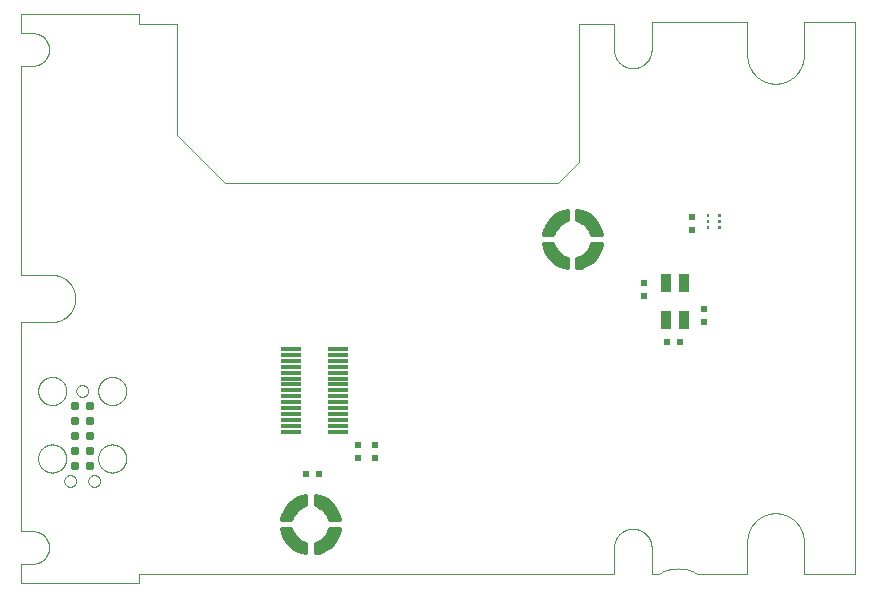
<source format=gtp>
G75*
%MOIN*%
%OFA0B0*%
%FSLAX25Y25*%
%IPPOS*%
%LPD*%
%AMOC8*
5,1,8,0,0,1.08239X$1,22.5*
%
%ADD10C,0.00100*%
%ADD11R,0.07087X0.01260*%
%ADD12C,0.01000*%
%ADD13R,0.03543X0.05906*%
%ADD14R,0.01969X0.02362*%
%ADD15R,0.02362X0.01969*%
%ADD16C,0.00394*%
%ADD17C,0.03100*%
%ADD18C,0.00000*%
D10*
X0007311Y0010025D02*
X0046681Y0010025D01*
X0046681Y0012741D01*
X0204998Y0012741D01*
X0204998Y0021741D01*
X0205000Y0021898D01*
X0205006Y0022055D01*
X0205016Y0022212D01*
X0205030Y0022368D01*
X0205047Y0022524D01*
X0205069Y0022680D01*
X0205094Y0022835D01*
X0205124Y0022989D01*
X0205157Y0023143D01*
X0205194Y0023295D01*
X0205235Y0023447D01*
X0205280Y0023598D01*
X0205329Y0023747D01*
X0205381Y0023895D01*
X0205437Y0024042D01*
X0205497Y0024187D01*
X0205560Y0024331D01*
X0205627Y0024473D01*
X0205697Y0024613D01*
X0205771Y0024752D01*
X0205848Y0024889D01*
X0205929Y0025023D01*
X0206013Y0025156D01*
X0206101Y0025286D01*
X0206192Y0025415D01*
X0206286Y0025541D01*
X0206383Y0025664D01*
X0206483Y0025785D01*
X0206586Y0025904D01*
X0206692Y0026019D01*
X0206801Y0026133D01*
X0206913Y0026243D01*
X0207027Y0026350D01*
X0207144Y0026455D01*
X0207264Y0026557D01*
X0207386Y0026655D01*
X0207511Y0026751D01*
X0207638Y0026843D01*
X0207768Y0026932D01*
X0207899Y0027018D01*
X0208033Y0027101D01*
X0208168Y0027180D01*
X0208306Y0027255D01*
X0208446Y0027328D01*
X0208587Y0027396D01*
X0208730Y0027461D01*
X0208874Y0027523D01*
X0209020Y0027581D01*
X0209168Y0027635D01*
X0209317Y0027685D01*
X0209467Y0027732D01*
X0209618Y0027775D01*
X0209770Y0027814D01*
X0209923Y0027849D01*
X0210077Y0027880D01*
X0210232Y0027908D01*
X0210387Y0027931D01*
X0210543Y0027951D01*
X0210699Y0027967D01*
X0210856Y0027979D01*
X0211012Y0027987D01*
X0211169Y0027991D01*
X0211327Y0027991D01*
X0211484Y0027987D01*
X0211640Y0027979D01*
X0211797Y0027967D01*
X0211953Y0027951D01*
X0212109Y0027931D01*
X0212264Y0027908D01*
X0212419Y0027880D01*
X0212573Y0027849D01*
X0212726Y0027814D01*
X0212878Y0027775D01*
X0213029Y0027732D01*
X0213179Y0027685D01*
X0213328Y0027635D01*
X0213476Y0027581D01*
X0213622Y0027523D01*
X0213766Y0027461D01*
X0213909Y0027396D01*
X0214050Y0027328D01*
X0214190Y0027255D01*
X0214328Y0027180D01*
X0214463Y0027101D01*
X0214597Y0027018D01*
X0214728Y0026932D01*
X0214858Y0026843D01*
X0214985Y0026751D01*
X0215110Y0026655D01*
X0215232Y0026557D01*
X0215352Y0026455D01*
X0215469Y0026350D01*
X0215583Y0026243D01*
X0215695Y0026133D01*
X0215804Y0026019D01*
X0215910Y0025904D01*
X0216013Y0025785D01*
X0216113Y0025664D01*
X0216210Y0025541D01*
X0216304Y0025415D01*
X0216395Y0025286D01*
X0216483Y0025156D01*
X0216567Y0025023D01*
X0216648Y0024889D01*
X0216725Y0024752D01*
X0216799Y0024613D01*
X0216869Y0024473D01*
X0216936Y0024331D01*
X0216999Y0024187D01*
X0217059Y0024042D01*
X0217115Y0023895D01*
X0217167Y0023747D01*
X0217216Y0023598D01*
X0217261Y0023447D01*
X0217302Y0023295D01*
X0217339Y0023143D01*
X0217372Y0022989D01*
X0217402Y0022835D01*
X0217427Y0022680D01*
X0217449Y0022524D01*
X0217466Y0022368D01*
X0217480Y0022212D01*
X0217490Y0022055D01*
X0217496Y0021898D01*
X0217498Y0021741D01*
X0217498Y0012741D01*
X0219528Y0012741D01*
X0233093Y0012741D02*
X0249411Y0012741D01*
X0249411Y0023741D01*
X0249414Y0023970D01*
X0249422Y0024199D01*
X0249436Y0024427D01*
X0249456Y0024655D01*
X0249481Y0024883D01*
X0249511Y0025110D01*
X0249547Y0025336D01*
X0249589Y0025561D01*
X0249636Y0025785D01*
X0249688Y0026008D01*
X0249746Y0026229D01*
X0249810Y0026449D01*
X0249878Y0026668D01*
X0249952Y0026884D01*
X0250031Y0027099D01*
X0250116Y0027312D01*
X0250205Y0027522D01*
X0250300Y0027731D01*
X0250399Y0027937D01*
X0250504Y0028141D01*
X0250614Y0028342D01*
X0250728Y0028540D01*
X0250847Y0028735D01*
X0250971Y0028928D01*
X0251100Y0029117D01*
X0251233Y0029303D01*
X0251371Y0029486D01*
X0251513Y0029666D01*
X0251659Y0029841D01*
X0251810Y0030014D01*
X0251965Y0030182D01*
X0252124Y0030347D01*
X0252287Y0030508D01*
X0252453Y0030665D01*
X0252624Y0030818D01*
X0252798Y0030966D01*
X0252976Y0031111D01*
X0253157Y0031250D01*
X0253342Y0031386D01*
X0253529Y0031517D01*
X0253720Y0031643D01*
X0253914Y0031765D01*
X0254111Y0031882D01*
X0254311Y0031994D01*
X0254513Y0032101D01*
X0254718Y0032203D01*
X0254925Y0032300D01*
X0255135Y0032392D01*
X0255346Y0032479D01*
X0255560Y0032561D01*
X0255776Y0032638D01*
X0255993Y0032709D01*
X0256213Y0032775D01*
X0256433Y0032835D01*
X0256656Y0032891D01*
X0256879Y0032940D01*
X0257104Y0032985D01*
X0257329Y0033023D01*
X0257556Y0033057D01*
X0257783Y0033085D01*
X0258011Y0033107D01*
X0258239Y0033124D01*
X0258468Y0033135D01*
X0258697Y0033140D01*
X0258925Y0033140D01*
X0259154Y0033135D01*
X0259383Y0033124D01*
X0259611Y0033107D01*
X0259839Y0033085D01*
X0260066Y0033057D01*
X0260293Y0033023D01*
X0260518Y0032985D01*
X0260743Y0032940D01*
X0260966Y0032891D01*
X0261189Y0032835D01*
X0261409Y0032775D01*
X0261629Y0032709D01*
X0261846Y0032638D01*
X0262062Y0032561D01*
X0262276Y0032479D01*
X0262487Y0032392D01*
X0262697Y0032300D01*
X0262904Y0032203D01*
X0263109Y0032101D01*
X0263311Y0031994D01*
X0263511Y0031882D01*
X0263708Y0031765D01*
X0263902Y0031643D01*
X0264093Y0031517D01*
X0264280Y0031386D01*
X0264465Y0031250D01*
X0264646Y0031111D01*
X0264824Y0030966D01*
X0264998Y0030818D01*
X0265169Y0030665D01*
X0265335Y0030508D01*
X0265498Y0030347D01*
X0265657Y0030182D01*
X0265812Y0030014D01*
X0265963Y0029841D01*
X0266109Y0029666D01*
X0266251Y0029486D01*
X0266389Y0029303D01*
X0266522Y0029117D01*
X0266651Y0028928D01*
X0266775Y0028735D01*
X0266894Y0028540D01*
X0267008Y0028342D01*
X0267118Y0028141D01*
X0267223Y0027937D01*
X0267322Y0027731D01*
X0267417Y0027522D01*
X0267506Y0027312D01*
X0267591Y0027099D01*
X0267670Y0026884D01*
X0267744Y0026668D01*
X0267812Y0026449D01*
X0267876Y0026229D01*
X0267934Y0026008D01*
X0267986Y0025785D01*
X0268033Y0025561D01*
X0268075Y0025336D01*
X0268111Y0025110D01*
X0268141Y0024883D01*
X0268166Y0024655D01*
X0268186Y0024427D01*
X0268200Y0024199D01*
X0268208Y0023970D01*
X0268211Y0023741D01*
X0268211Y0012741D01*
X0285311Y0012741D01*
X0285311Y0196741D01*
X0268211Y0196741D01*
X0268211Y0185741D01*
X0268208Y0185512D01*
X0268200Y0185283D01*
X0268186Y0185055D01*
X0268166Y0184827D01*
X0268141Y0184599D01*
X0268111Y0184372D01*
X0268075Y0184146D01*
X0268033Y0183921D01*
X0267986Y0183697D01*
X0267934Y0183474D01*
X0267876Y0183253D01*
X0267812Y0183033D01*
X0267744Y0182814D01*
X0267670Y0182598D01*
X0267591Y0182383D01*
X0267506Y0182170D01*
X0267417Y0181960D01*
X0267322Y0181751D01*
X0267223Y0181545D01*
X0267118Y0181341D01*
X0267008Y0181140D01*
X0266894Y0180942D01*
X0266775Y0180747D01*
X0266651Y0180554D01*
X0266522Y0180365D01*
X0266389Y0180179D01*
X0266251Y0179996D01*
X0266109Y0179816D01*
X0265963Y0179641D01*
X0265812Y0179468D01*
X0265657Y0179300D01*
X0265498Y0179135D01*
X0265335Y0178974D01*
X0265169Y0178817D01*
X0264998Y0178664D01*
X0264824Y0178516D01*
X0264646Y0178371D01*
X0264465Y0178232D01*
X0264280Y0178096D01*
X0264093Y0177965D01*
X0263902Y0177839D01*
X0263708Y0177717D01*
X0263511Y0177600D01*
X0263311Y0177488D01*
X0263109Y0177381D01*
X0262904Y0177279D01*
X0262697Y0177182D01*
X0262487Y0177090D01*
X0262276Y0177003D01*
X0262062Y0176921D01*
X0261846Y0176844D01*
X0261629Y0176773D01*
X0261409Y0176707D01*
X0261189Y0176647D01*
X0260966Y0176591D01*
X0260743Y0176542D01*
X0260518Y0176497D01*
X0260293Y0176459D01*
X0260066Y0176425D01*
X0259839Y0176397D01*
X0259611Y0176375D01*
X0259383Y0176358D01*
X0259154Y0176347D01*
X0258925Y0176342D01*
X0258697Y0176342D01*
X0258468Y0176347D01*
X0258239Y0176358D01*
X0258011Y0176375D01*
X0257783Y0176397D01*
X0257556Y0176425D01*
X0257329Y0176459D01*
X0257104Y0176497D01*
X0256879Y0176542D01*
X0256656Y0176591D01*
X0256433Y0176647D01*
X0256213Y0176707D01*
X0255993Y0176773D01*
X0255776Y0176844D01*
X0255560Y0176921D01*
X0255346Y0177003D01*
X0255135Y0177090D01*
X0254925Y0177182D01*
X0254718Y0177279D01*
X0254513Y0177381D01*
X0254311Y0177488D01*
X0254111Y0177600D01*
X0253914Y0177717D01*
X0253720Y0177839D01*
X0253529Y0177965D01*
X0253342Y0178096D01*
X0253157Y0178232D01*
X0252976Y0178371D01*
X0252798Y0178516D01*
X0252624Y0178664D01*
X0252453Y0178817D01*
X0252287Y0178974D01*
X0252124Y0179135D01*
X0251965Y0179300D01*
X0251810Y0179468D01*
X0251659Y0179641D01*
X0251513Y0179816D01*
X0251371Y0179996D01*
X0251233Y0180179D01*
X0251100Y0180365D01*
X0250971Y0180554D01*
X0250847Y0180747D01*
X0250728Y0180942D01*
X0250614Y0181140D01*
X0250504Y0181341D01*
X0250399Y0181545D01*
X0250300Y0181751D01*
X0250205Y0181960D01*
X0250116Y0182170D01*
X0250031Y0182383D01*
X0249952Y0182598D01*
X0249878Y0182814D01*
X0249810Y0183033D01*
X0249746Y0183253D01*
X0249688Y0183474D01*
X0249636Y0183697D01*
X0249589Y0183921D01*
X0249547Y0184146D01*
X0249511Y0184372D01*
X0249481Y0184599D01*
X0249456Y0184827D01*
X0249436Y0185055D01*
X0249422Y0185283D01*
X0249414Y0185512D01*
X0249411Y0185741D01*
X0249411Y0196741D01*
X0217498Y0196741D01*
X0217498Y0187741D01*
X0217496Y0187584D01*
X0217490Y0187427D01*
X0217480Y0187270D01*
X0217466Y0187114D01*
X0217449Y0186958D01*
X0217427Y0186802D01*
X0217402Y0186647D01*
X0217372Y0186493D01*
X0217339Y0186339D01*
X0217302Y0186187D01*
X0217261Y0186035D01*
X0217216Y0185884D01*
X0217167Y0185735D01*
X0217115Y0185587D01*
X0217059Y0185440D01*
X0216999Y0185295D01*
X0216936Y0185151D01*
X0216869Y0185009D01*
X0216799Y0184869D01*
X0216725Y0184730D01*
X0216648Y0184593D01*
X0216567Y0184459D01*
X0216483Y0184326D01*
X0216395Y0184196D01*
X0216304Y0184067D01*
X0216210Y0183941D01*
X0216113Y0183818D01*
X0216013Y0183697D01*
X0215910Y0183578D01*
X0215804Y0183463D01*
X0215695Y0183349D01*
X0215583Y0183239D01*
X0215469Y0183132D01*
X0215352Y0183027D01*
X0215232Y0182925D01*
X0215110Y0182827D01*
X0214985Y0182731D01*
X0214858Y0182639D01*
X0214728Y0182550D01*
X0214597Y0182464D01*
X0214463Y0182381D01*
X0214328Y0182302D01*
X0214190Y0182227D01*
X0214050Y0182154D01*
X0213909Y0182086D01*
X0213766Y0182021D01*
X0213622Y0181959D01*
X0213476Y0181901D01*
X0213328Y0181847D01*
X0213179Y0181797D01*
X0213029Y0181750D01*
X0212878Y0181707D01*
X0212726Y0181668D01*
X0212573Y0181633D01*
X0212419Y0181602D01*
X0212264Y0181574D01*
X0212109Y0181551D01*
X0211953Y0181531D01*
X0211797Y0181515D01*
X0211640Y0181503D01*
X0211484Y0181495D01*
X0211327Y0181491D01*
X0211169Y0181491D01*
X0211012Y0181495D01*
X0210856Y0181503D01*
X0210699Y0181515D01*
X0210543Y0181531D01*
X0210387Y0181551D01*
X0210232Y0181574D01*
X0210077Y0181602D01*
X0209923Y0181633D01*
X0209770Y0181668D01*
X0209618Y0181707D01*
X0209467Y0181750D01*
X0209317Y0181797D01*
X0209168Y0181847D01*
X0209020Y0181901D01*
X0208874Y0181959D01*
X0208730Y0182021D01*
X0208587Y0182086D01*
X0208446Y0182154D01*
X0208306Y0182227D01*
X0208168Y0182302D01*
X0208033Y0182381D01*
X0207899Y0182464D01*
X0207768Y0182550D01*
X0207638Y0182639D01*
X0207511Y0182731D01*
X0207386Y0182827D01*
X0207264Y0182925D01*
X0207144Y0183027D01*
X0207027Y0183132D01*
X0206913Y0183239D01*
X0206801Y0183349D01*
X0206692Y0183463D01*
X0206586Y0183578D01*
X0206483Y0183697D01*
X0206383Y0183818D01*
X0206286Y0183941D01*
X0206192Y0184067D01*
X0206101Y0184196D01*
X0206013Y0184326D01*
X0205929Y0184459D01*
X0205848Y0184593D01*
X0205771Y0184730D01*
X0205697Y0184869D01*
X0205627Y0185009D01*
X0205560Y0185151D01*
X0205497Y0185295D01*
X0205437Y0185440D01*
X0205381Y0185587D01*
X0205329Y0185735D01*
X0205280Y0185884D01*
X0205235Y0186035D01*
X0205194Y0186187D01*
X0205157Y0186339D01*
X0205124Y0186493D01*
X0205094Y0186647D01*
X0205069Y0186802D01*
X0205047Y0186958D01*
X0205030Y0187114D01*
X0205016Y0187270D01*
X0205006Y0187427D01*
X0205000Y0187584D01*
X0204998Y0187741D01*
X0204998Y0196300D01*
X0193300Y0196300D01*
X0193300Y0150300D01*
X0186300Y0143300D01*
X0075300Y0143300D01*
X0059300Y0159300D01*
X0059300Y0196300D01*
X0046681Y0196300D01*
X0046681Y0199458D01*
X0007311Y0199458D01*
X0007311Y0193155D01*
X0011248Y0193155D01*
X0011248Y0193154D02*
X0011393Y0193152D01*
X0011539Y0193146D01*
X0011684Y0193136D01*
X0011828Y0193123D01*
X0011973Y0193105D01*
X0012116Y0193084D01*
X0012259Y0193059D01*
X0012402Y0193030D01*
X0012543Y0192997D01*
X0012684Y0192960D01*
X0012824Y0192920D01*
X0012962Y0192875D01*
X0013099Y0192828D01*
X0013235Y0192776D01*
X0013370Y0192721D01*
X0013503Y0192662D01*
X0013634Y0192600D01*
X0013764Y0192534D01*
X0013891Y0192465D01*
X0014017Y0192392D01*
X0014141Y0192316D01*
X0014263Y0192237D01*
X0014382Y0192154D01*
X0014500Y0192068D01*
X0014615Y0191980D01*
X0014727Y0191888D01*
X0014837Y0191793D01*
X0014945Y0191695D01*
X0015050Y0191594D01*
X0015152Y0191491D01*
X0015251Y0191385D01*
X0015348Y0191276D01*
X0015441Y0191164D01*
X0015531Y0191051D01*
X0015619Y0190934D01*
X0015703Y0190816D01*
X0015784Y0190695D01*
X0015861Y0190572D01*
X0015936Y0190448D01*
X0016007Y0190321D01*
X0016074Y0190192D01*
X0016138Y0190062D01*
X0016199Y0189929D01*
X0016256Y0189796D01*
X0016309Y0189660D01*
X0016359Y0189524D01*
X0016405Y0189386D01*
X0016447Y0189247D01*
X0016486Y0189107D01*
X0016521Y0188966D01*
X0016552Y0188824D01*
X0016579Y0188681D01*
X0016602Y0188537D01*
X0016622Y0188393D01*
X0016637Y0188249D01*
X0016649Y0188104D01*
X0016657Y0187959D01*
X0016661Y0187814D01*
X0016661Y0187668D01*
X0016657Y0187523D01*
X0016649Y0187378D01*
X0016637Y0187233D01*
X0016622Y0187089D01*
X0016602Y0186945D01*
X0016579Y0186801D01*
X0016552Y0186658D01*
X0016521Y0186516D01*
X0016486Y0186375D01*
X0016447Y0186235D01*
X0016405Y0186096D01*
X0016359Y0185958D01*
X0016309Y0185822D01*
X0016256Y0185686D01*
X0016199Y0185553D01*
X0016138Y0185420D01*
X0016074Y0185290D01*
X0016007Y0185161D01*
X0015936Y0185035D01*
X0015861Y0184910D01*
X0015784Y0184787D01*
X0015703Y0184666D01*
X0015619Y0184548D01*
X0015531Y0184431D01*
X0015441Y0184318D01*
X0015348Y0184206D01*
X0015251Y0184097D01*
X0015152Y0183991D01*
X0015050Y0183888D01*
X0014945Y0183787D01*
X0014837Y0183689D01*
X0014727Y0183594D01*
X0014615Y0183502D01*
X0014500Y0183414D01*
X0014382Y0183328D01*
X0014263Y0183245D01*
X0014141Y0183166D01*
X0014017Y0183090D01*
X0013891Y0183017D01*
X0013764Y0182948D01*
X0013634Y0182882D01*
X0013503Y0182820D01*
X0013370Y0182761D01*
X0013235Y0182706D01*
X0013099Y0182654D01*
X0012962Y0182607D01*
X0012824Y0182562D01*
X0012684Y0182522D01*
X0012543Y0182485D01*
X0012402Y0182452D01*
X0012259Y0182423D01*
X0012116Y0182398D01*
X0011973Y0182377D01*
X0011828Y0182359D01*
X0011684Y0182346D01*
X0011539Y0182336D01*
X0011393Y0182330D01*
X0011248Y0182328D01*
X0007311Y0182328D01*
X0007311Y0112615D01*
X0017540Y0112615D01*
X0017732Y0112613D01*
X0017923Y0112606D01*
X0018115Y0112594D01*
X0018306Y0112578D01*
X0018496Y0112557D01*
X0018686Y0112531D01*
X0018876Y0112501D01*
X0019064Y0112466D01*
X0019252Y0112427D01*
X0019439Y0112383D01*
X0019624Y0112334D01*
X0019808Y0112281D01*
X0019991Y0112224D01*
X0020173Y0112162D01*
X0020353Y0112095D01*
X0020531Y0112025D01*
X0020708Y0111950D01*
X0020882Y0111870D01*
X0021055Y0111787D01*
X0021225Y0111699D01*
X0021394Y0111608D01*
X0021560Y0111512D01*
X0021723Y0111412D01*
X0021885Y0111308D01*
X0022043Y0111200D01*
X0022199Y0111089D01*
X0022352Y0110973D01*
X0022503Y0110854D01*
X0022650Y0110732D01*
X0022794Y0110605D01*
X0022936Y0110476D01*
X0023074Y0110343D01*
X0023209Y0110206D01*
X0023340Y0110066D01*
X0023468Y0109924D01*
X0023592Y0109778D01*
X0023713Y0109629D01*
X0023830Y0109477D01*
X0023944Y0109323D01*
X0024054Y0109165D01*
X0024159Y0109005D01*
X0024261Y0108843D01*
X0024359Y0108678D01*
X0024453Y0108511D01*
X0024543Y0108341D01*
X0024628Y0108170D01*
X0024710Y0107996D01*
X0024787Y0107821D01*
X0024860Y0107643D01*
X0024928Y0107464D01*
X0024992Y0107283D01*
X0025052Y0107101D01*
X0025107Y0106918D01*
X0025158Y0106733D01*
X0025204Y0106547D01*
X0025246Y0106359D01*
X0025283Y0106171D01*
X0025316Y0105982D01*
X0025343Y0105793D01*
X0025367Y0105602D01*
X0025385Y0105411D01*
X0025399Y0105220D01*
X0025409Y0105029D01*
X0025413Y0104837D01*
X0025413Y0104645D01*
X0025409Y0104453D01*
X0025399Y0104262D01*
X0025385Y0104071D01*
X0025367Y0103880D01*
X0025343Y0103689D01*
X0025316Y0103500D01*
X0025283Y0103311D01*
X0025246Y0103123D01*
X0025204Y0102935D01*
X0025158Y0102749D01*
X0025107Y0102564D01*
X0025052Y0102381D01*
X0024992Y0102199D01*
X0024928Y0102018D01*
X0024860Y0101839D01*
X0024787Y0101661D01*
X0024710Y0101486D01*
X0024628Y0101312D01*
X0024543Y0101141D01*
X0024453Y0100971D01*
X0024359Y0100804D01*
X0024261Y0100639D01*
X0024159Y0100477D01*
X0024054Y0100317D01*
X0023944Y0100159D01*
X0023830Y0100005D01*
X0023713Y0099853D01*
X0023592Y0099704D01*
X0023468Y0099558D01*
X0023340Y0099416D01*
X0023209Y0099276D01*
X0023074Y0099139D01*
X0022936Y0099006D01*
X0022794Y0098877D01*
X0022650Y0098750D01*
X0022503Y0098628D01*
X0022352Y0098509D01*
X0022199Y0098393D01*
X0022043Y0098282D01*
X0021885Y0098174D01*
X0021723Y0098070D01*
X0021560Y0097970D01*
X0021394Y0097874D01*
X0021225Y0097783D01*
X0021055Y0097695D01*
X0020882Y0097612D01*
X0020708Y0097532D01*
X0020531Y0097457D01*
X0020353Y0097387D01*
X0020173Y0097320D01*
X0019991Y0097258D01*
X0019808Y0097201D01*
X0019624Y0097148D01*
X0019439Y0097099D01*
X0019252Y0097055D01*
X0019064Y0097016D01*
X0018876Y0096981D01*
X0018686Y0096951D01*
X0018496Y0096925D01*
X0018306Y0096904D01*
X0018115Y0096888D01*
X0017923Y0096876D01*
X0017732Y0096869D01*
X0017540Y0096867D01*
X0007311Y0096867D01*
X0007311Y0027155D01*
X0011248Y0027155D01*
X0011248Y0027154D02*
X0011393Y0027152D01*
X0011539Y0027146D01*
X0011684Y0027136D01*
X0011828Y0027123D01*
X0011973Y0027105D01*
X0012116Y0027084D01*
X0012259Y0027059D01*
X0012402Y0027030D01*
X0012543Y0026997D01*
X0012684Y0026960D01*
X0012824Y0026920D01*
X0012962Y0026875D01*
X0013099Y0026828D01*
X0013235Y0026776D01*
X0013370Y0026721D01*
X0013503Y0026662D01*
X0013634Y0026600D01*
X0013764Y0026534D01*
X0013891Y0026465D01*
X0014017Y0026392D01*
X0014141Y0026316D01*
X0014263Y0026237D01*
X0014382Y0026154D01*
X0014500Y0026068D01*
X0014615Y0025980D01*
X0014727Y0025888D01*
X0014837Y0025793D01*
X0014945Y0025695D01*
X0015050Y0025594D01*
X0015152Y0025491D01*
X0015251Y0025385D01*
X0015348Y0025276D01*
X0015441Y0025164D01*
X0015531Y0025051D01*
X0015619Y0024934D01*
X0015703Y0024816D01*
X0015784Y0024695D01*
X0015861Y0024572D01*
X0015936Y0024448D01*
X0016007Y0024321D01*
X0016074Y0024192D01*
X0016138Y0024062D01*
X0016199Y0023929D01*
X0016256Y0023796D01*
X0016309Y0023660D01*
X0016359Y0023524D01*
X0016405Y0023386D01*
X0016447Y0023247D01*
X0016486Y0023107D01*
X0016521Y0022966D01*
X0016552Y0022824D01*
X0016579Y0022681D01*
X0016602Y0022537D01*
X0016622Y0022393D01*
X0016637Y0022249D01*
X0016649Y0022104D01*
X0016657Y0021959D01*
X0016661Y0021814D01*
X0016661Y0021668D01*
X0016657Y0021523D01*
X0016649Y0021378D01*
X0016637Y0021233D01*
X0016622Y0021089D01*
X0016602Y0020945D01*
X0016579Y0020801D01*
X0016552Y0020658D01*
X0016521Y0020516D01*
X0016486Y0020375D01*
X0016447Y0020235D01*
X0016405Y0020096D01*
X0016359Y0019958D01*
X0016309Y0019822D01*
X0016256Y0019686D01*
X0016199Y0019553D01*
X0016138Y0019420D01*
X0016074Y0019290D01*
X0016007Y0019161D01*
X0015936Y0019035D01*
X0015861Y0018910D01*
X0015784Y0018787D01*
X0015703Y0018666D01*
X0015619Y0018548D01*
X0015531Y0018431D01*
X0015441Y0018318D01*
X0015348Y0018206D01*
X0015251Y0018097D01*
X0015152Y0017991D01*
X0015050Y0017888D01*
X0014945Y0017787D01*
X0014837Y0017689D01*
X0014727Y0017594D01*
X0014615Y0017502D01*
X0014500Y0017414D01*
X0014382Y0017328D01*
X0014263Y0017245D01*
X0014141Y0017166D01*
X0014017Y0017090D01*
X0013891Y0017017D01*
X0013764Y0016948D01*
X0013634Y0016882D01*
X0013503Y0016820D01*
X0013370Y0016761D01*
X0013235Y0016706D01*
X0013099Y0016654D01*
X0012962Y0016607D01*
X0012824Y0016562D01*
X0012684Y0016522D01*
X0012543Y0016485D01*
X0012402Y0016452D01*
X0012259Y0016423D01*
X0012116Y0016398D01*
X0011973Y0016377D01*
X0011828Y0016359D01*
X0011684Y0016346D01*
X0011539Y0016336D01*
X0011393Y0016330D01*
X0011248Y0016328D01*
X0007311Y0016328D01*
X0007311Y0010025D01*
X0219529Y0012741D02*
X0219787Y0012903D01*
X0220049Y0013059D01*
X0220315Y0013209D01*
X0220584Y0013352D01*
X0220857Y0013488D01*
X0221133Y0013618D01*
X0221412Y0013741D01*
X0221695Y0013857D01*
X0221979Y0013966D01*
X0222267Y0014069D01*
X0222557Y0014164D01*
X0222849Y0014252D01*
X0223143Y0014333D01*
X0223439Y0014407D01*
X0223737Y0014473D01*
X0224036Y0014532D01*
X0224336Y0014584D01*
X0224638Y0014629D01*
X0224941Y0014666D01*
X0225245Y0014695D01*
X0225549Y0014718D01*
X0225854Y0014733D01*
X0226158Y0014740D01*
X0226464Y0014740D01*
X0226768Y0014733D01*
X0227073Y0014718D01*
X0227377Y0014695D01*
X0227681Y0014666D01*
X0227984Y0014629D01*
X0228286Y0014584D01*
X0228586Y0014532D01*
X0228885Y0014473D01*
X0229183Y0014407D01*
X0229479Y0014333D01*
X0229773Y0014252D01*
X0230065Y0014164D01*
X0230355Y0014069D01*
X0230643Y0013966D01*
X0230927Y0013857D01*
X0231210Y0013741D01*
X0231489Y0013618D01*
X0231765Y0013488D01*
X0232038Y0013352D01*
X0232307Y0013209D01*
X0232573Y0013059D01*
X0232835Y0012903D01*
X0233093Y0012741D01*
D11*
X0112898Y0060324D03*
X0112898Y0062292D03*
X0112898Y0064261D03*
X0112898Y0066229D03*
X0112898Y0068198D03*
X0112898Y0070166D03*
X0112898Y0072135D03*
X0112898Y0074103D03*
X0112898Y0076072D03*
X0112898Y0078040D03*
X0112898Y0080009D03*
X0112898Y0081977D03*
X0112898Y0083946D03*
X0112898Y0085914D03*
X0112898Y0087883D03*
X0097150Y0087883D03*
X0097150Y0085914D03*
X0097150Y0083946D03*
X0097150Y0081977D03*
X0097150Y0080009D03*
X0097150Y0078040D03*
X0097150Y0076072D03*
X0097150Y0074103D03*
X0097150Y0072135D03*
X0097150Y0070166D03*
X0097150Y0068198D03*
X0097150Y0066229D03*
X0097150Y0064261D03*
X0097150Y0062292D03*
X0097150Y0060324D03*
D12*
X0101032Y0038964D02*
X0099721Y0038496D01*
X0098491Y0037845D01*
X0097366Y0037025D01*
X0096371Y0036053D01*
X0095524Y0034948D01*
X0094845Y0033734D01*
X0094346Y0032435D01*
X0094037Y0031078D01*
X0094037Y0030881D01*
X0097447Y0030881D01*
X0097765Y0031885D01*
X0098238Y0032825D01*
X0098854Y0033678D01*
X0099599Y0034422D01*
X0100452Y0035039D01*
X0101392Y0035512D01*
X0102396Y0035830D01*
X0102396Y0039239D01*
X0101032Y0038964D01*
X0102396Y0038316D02*
X0099382Y0038316D01*
X0097768Y0037318D02*
X0102396Y0037318D01*
X0102396Y0036319D02*
X0096644Y0036319D01*
X0095810Y0035321D02*
X0101012Y0035321D01*
X0099499Y0034322D02*
X0095174Y0034322D01*
X0094687Y0033324D02*
X0098598Y0033324D01*
X0097986Y0032325D02*
X0094321Y0032325D01*
X0094094Y0031327D02*
X0097588Y0031327D01*
X0097447Y0028125D02*
X0094037Y0028125D01*
X0094313Y0026761D01*
X0094781Y0025451D01*
X0095432Y0024220D01*
X0096252Y0023096D01*
X0097224Y0022100D01*
X0098328Y0021254D01*
X0099543Y0020574D01*
X0100842Y0020075D01*
X0102199Y0019767D01*
X0102396Y0019767D01*
X0102396Y0023176D01*
X0101392Y0023494D01*
X0100452Y0023967D01*
X0099599Y0024584D01*
X0098854Y0025328D01*
X0098238Y0026181D01*
X0097765Y0027122D01*
X0097447Y0028125D01*
X0097698Y0027333D02*
X0094198Y0027333D01*
X0094466Y0026334D02*
X0098161Y0026334D01*
X0098849Y0025336D02*
X0094842Y0025336D01*
X0095370Y0024337D02*
X0099940Y0024337D01*
X0101883Y0023339D02*
X0096075Y0023339D01*
X0096990Y0022340D02*
X0102396Y0022340D01*
X0102396Y0021342D02*
X0098214Y0021342D01*
X0100144Y0020343D02*
X0102396Y0020343D01*
X0105152Y0020343D02*
X0107357Y0020343D01*
X0107826Y0020511D02*
X0109056Y0021161D01*
X0110181Y0021981D01*
X0111176Y0022953D01*
X0112023Y0024058D01*
X0112703Y0025272D01*
X0113202Y0026571D01*
X0113510Y0027928D01*
X0113510Y0028125D01*
X0110100Y0028125D01*
X0109783Y0027122D01*
X0109309Y0026181D01*
X0108693Y0025328D01*
X0107948Y0024584D01*
X0107095Y0023967D01*
X0106155Y0023494D01*
X0105152Y0023176D01*
X0105152Y0019767D01*
X0106516Y0020043D01*
X0107826Y0020511D01*
X0109304Y0021342D02*
X0105152Y0021342D01*
X0105152Y0022340D02*
X0110549Y0022340D01*
X0111472Y0023339D02*
X0105664Y0023339D01*
X0107607Y0024337D02*
X0112179Y0024337D01*
X0112727Y0025336D02*
X0108698Y0025336D01*
X0109386Y0026334D02*
X0113111Y0026334D01*
X0113375Y0027333D02*
X0109849Y0027333D01*
X0110100Y0030881D02*
X0113510Y0030881D01*
X0113234Y0032245D01*
X0112766Y0033556D01*
X0112116Y0034786D01*
X0111296Y0035910D01*
X0110323Y0036906D01*
X0109219Y0037752D01*
X0108005Y0038432D01*
X0106705Y0038931D01*
X0105348Y0039239D01*
X0105152Y0039239D01*
X0105152Y0035830D01*
X0106155Y0035512D01*
X0107095Y0035039D01*
X0107948Y0034422D01*
X0108693Y0033678D01*
X0109309Y0032825D01*
X0109783Y0031885D01*
X0110100Y0030881D01*
X0109959Y0031327D02*
X0113420Y0031327D01*
X0113205Y0032325D02*
X0109561Y0032325D01*
X0108949Y0033324D02*
X0112849Y0033324D01*
X0112361Y0034322D02*
X0108049Y0034322D01*
X0106535Y0035321D02*
X0111725Y0035321D01*
X0110896Y0036319D02*
X0105152Y0036319D01*
X0105152Y0037318D02*
X0109786Y0037318D01*
X0108211Y0038316D02*
X0105152Y0038316D01*
X0184524Y0117100D02*
X0185628Y0116254D01*
X0186843Y0115574D01*
X0188142Y0115075D01*
X0189499Y0114767D01*
X0189696Y0114767D01*
X0189696Y0118176D01*
X0188692Y0118494D01*
X0187752Y0118967D01*
X0186899Y0119584D01*
X0186154Y0120328D01*
X0185538Y0121181D01*
X0185065Y0122122D01*
X0184747Y0123125D01*
X0181337Y0123125D01*
X0181613Y0121761D01*
X0182081Y0120451D01*
X0182732Y0119220D01*
X0183552Y0118096D01*
X0184524Y0117100D01*
X0184428Y0117199D02*
X0189696Y0117199D01*
X0189696Y0116200D02*
X0185724Y0116200D01*
X0187812Y0115202D02*
X0189696Y0115202D01*
X0192452Y0115202D02*
X0194261Y0115202D01*
X0193816Y0115043D02*
X0195126Y0115511D01*
X0196356Y0116161D01*
X0197481Y0116981D01*
X0198476Y0117953D01*
X0199323Y0119058D01*
X0200003Y0120272D01*
X0200502Y0121571D01*
X0200810Y0122928D01*
X0200810Y0123125D01*
X0197400Y0123125D01*
X0197083Y0122122D01*
X0196609Y0121181D01*
X0195993Y0120328D01*
X0195248Y0119584D01*
X0194395Y0118967D01*
X0193455Y0118494D01*
X0192452Y0118176D01*
X0192452Y0114767D01*
X0193816Y0115043D01*
X0192452Y0116200D02*
X0196410Y0116200D01*
X0197704Y0117199D02*
X0192452Y0117199D01*
X0192518Y0118197D02*
X0198663Y0118197D01*
X0199400Y0119196D02*
X0194711Y0119196D01*
X0195859Y0120194D02*
X0199959Y0120194D01*
X0200356Y0121193D02*
X0196615Y0121193D01*
X0197105Y0122191D02*
X0200642Y0122191D01*
X0200810Y0125881D02*
X0197400Y0125881D01*
X0197083Y0126885D01*
X0196609Y0127825D01*
X0195993Y0128678D01*
X0195248Y0129422D01*
X0194395Y0130039D01*
X0193455Y0130512D01*
X0192452Y0130830D01*
X0192452Y0134239D01*
X0192648Y0134239D01*
X0194005Y0133931D01*
X0195305Y0133432D01*
X0196519Y0132752D01*
X0197623Y0131906D01*
X0198596Y0130910D01*
X0199416Y0129786D01*
X0200066Y0128556D01*
X0200534Y0127245D01*
X0200810Y0125881D01*
X0200748Y0126185D02*
X0197304Y0126185D01*
X0196932Y0127184D02*
X0200546Y0127184D01*
X0200199Y0128182D02*
X0196351Y0128182D01*
X0195490Y0129181D02*
X0199735Y0129181D01*
X0199129Y0130179D02*
X0194116Y0130179D01*
X0192452Y0131178D02*
X0198334Y0131178D01*
X0197271Y0132176D02*
X0192452Y0132176D01*
X0192452Y0133175D02*
X0195764Y0133175D01*
X0192939Y0134173D02*
X0192452Y0134173D01*
X0189696Y0134173D02*
X0189370Y0134173D01*
X0189696Y0134239D02*
X0188332Y0133964D01*
X0187021Y0133496D01*
X0185791Y0132845D01*
X0184666Y0132025D01*
X0183671Y0131053D01*
X0182824Y0129948D01*
X0182145Y0128734D01*
X0181646Y0127435D01*
X0181337Y0126078D01*
X0181337Y0125881D01*
X0184747Y0125881D01*
X0185065Y0126885D01*
X0185538Y0127825D01*
X0186154Y0128678D01*
X0186899Y0129422D01*
X0187752Y0130039D01*
X0188692Y0130512D01*
X0189696Y0130830D01*
X0189696Y0134239D01*
X0189696Y0133175D02*
X0186415Y0133175D01*
X0184874Y0132176D02*
X0189696Y0132176D01*
X0189696Y0131178D02*
X0183799Y0131178D01*
X0183001Y0130179D02*
X0188031Y0130179D01*
X0186657Y0129181D02*
X0182395Y0129181D01*
X0181933Y0128182D02*
X0185796Y0128182D01*
X0185215Y0127184D02*
X0181589Y0127184D01*
X0181362Y0126185D02*
X0184843Y0126185D01*
X0185043Y0122191D02*
X0181526Y0122191D01*
X0181816Y0121193D02*
X0185532Y0121193D01*
X0186288Y0120194D02*
X0182217Y0120194D01*
X0182750Y0119196D02*
X0187436Y0119196D01*
X0189630Y0118197D02*
X0183478Y0118197D01*
D13*
X0222303Y0109937D03*
X0228209Y0109937D03*
X0228209Y0097732D03*
X0222303Y0097732D03*
D14*
X0222700Y0090333D03*
X0227031Y0090333D03*
X0106735Y0046347D03*
X0102404Y0046347D03*
D15*
X0119700Y0051535D03*
X0119700Y0055865D03*
X0125300Y0055865D03*
X0125300Y0051535D03*
X0214867Y0105500D03*
X0214867Y0109831D03*
X0234933Y0101100D03*
X0234933Y0096769D03*
X0231043Y0127613D03*
X0231043Y0131944D03*
D16*
X0235841Y0132252D02*
X0235841Y0132547D01*
X0236431Y0132547D01*
X0236431Y0132252D01*
X0235841Y0132252D01*
X0235841Y0132547D02*
X0235841Y0132843D01*
X0236431Y0132843D01*
X0236431Y0132547D01*
X0236431Y0130874D02*
X0235841Y0130874D01*
X0235841Y0130579D01*
X0236431Y0130579D01*
X0236431Y0130283D01*
X0235841Y0130283D01*
X0235841Y0130579D01*
X0236431Y0130579D02*
X0236431Y0130874D01*
X0236431Y0128906D02*
X0235841Y0128906D01*
X0235841Y0128610D01*
X0236431Y0128610D01*
X0236431Y0128315D01*
X0235841Y0128315D01*
X0235841Y0128610D01*
X0236431Y0128610D02*
X0236431Y0128906D01*
X0239778Y0128906D02*
X0240369Y0128906D01*
X0240369Y0128610D01*
X0239778Y0128610D01*
X0239778Y0128906D01*
X0239778Y0128610D02*
X0239778Y0128315D01*
X0240369Y0128315D01*
X0240369Y0128610D01*
X0240369Y0130283D02*
X0239778Y0130283D01*
X0239778Y0130579D01*
X0240369Y0130579D01*
X0240369Y0130283D01*
X0240369Y0130579D02*
X0240369Y0130874D01*
X0239778Y0130874D01*
X0239778Y0130579D01*
X0239778Y0132252D02*
X0239778Y0132547D01*
X0240369Y0132547D01*
X0240369Y0132252D01*
X0239778Y0132252D01*
X0239778Y0132547D02*
X0239778Y0132843D01*
X0240369Y0132843D01*
X0240369Y0132547D01*
D17*
X0030200Y0068900D03*
X0025200Y0068900D03*
X0025200Y0063900D03*
X0025200Y0058900D03*
X0030200Y0058900D03*
X0030200Y0063900D03*
X0030200Y0053900D03*
X0030200Y0048900D03*
X0025200Y0048900D03*
X0025200Y0053900D03*
D18*
X0013025Y0051400D02*
X0013027Y0051537D01*
X0013033Y0051673D01*
X0013043Y0051809D01*
X0013057Y0051945D01*
X0013075Y0052081D01*
X0013097Y0052216D01*
X0013122Y0052350D01*
X0013152Y0052483D01*
X0013186Y0052615D01*
X0013223Y0052747D01*
X0013264Y0052877D01*
X0013310Y0053006D01*
X0013358Y0053134D01*
X0013411Y0053260D01*
X0013467Y0053384D01*
X0013527Y0053507D01*
X0013590Y0053628D01*
X0013657Y0053747D01*
X0013727Y0053864D01*
X0013801Y0053980D01*
X0013878Y0054092D01*
X0013958Y0054203D01*
X0014042Y0054311D01*
X0014129Y0054417D01*
X0014218Y0054520D01*
X0014311Y0054620D01*
X0014406Y0054718D01*
X0014505Y0054813D01*
X0014606Y0054905D01*
X0014710Y0054993D01*
X0014816Y0055079D01*
X0014925Y0055162D01*
X0015036Y0055241D01*
X0015149Y0055318D01*
X0015265Y0055391D01*
X0015382Y0055460D01*
X0015502Y0055526D01*
X0015623Y0055588D01*
X0015747Y0055647D01*
X0015872Y0055703D01*
X0015998Y0055754D01*
X0016126Y0055802D01*
X0016255Y0055846D01*
X0016386Y0055887D01*
X0016518Y0055923D01*
X0016650Y0055956D01*
X0016784Y0055984D01*
X0016918Y0056009D01*
X0017053Y0056030D01*
X0017189Y0056047D01*
X0017325Y0056060D01*
X0017461Y0056069D01*
X0017598Y0056074D01*
X0017734Y0056075D01*
X0017871Y0056072D01*
X0018007Y0056065D01*
X0018143Y0056054D01*
X0018279Y0056039D01*
X0018414Y0056020D01*
X0018549Y0055997D01*
X0018683Y0055970D01*
X0018816Y0055940D01*
X0018948Y0055905D01*
X0019080Y0055867D01*
X0019209Y0055825D01*
X0019338Y0055779D01*
X0019465Y0055729D01*
X0019591Y0055675D01*
X0019715Y0055618D01*
X0019838Y0055558D01*
X0019958Y0055493D01*
X0020077Y0055426D01*
X0020193Y0055355D01*
X0020308Y0055280D01*
X0020420Y0055202D01*
X0020530Y0055121D01*
X0020638Y0055037D01*
X0020743Y0054949D01*
X0020845Y0054859D01*
X0020945Y0054766D01*
X0021042Y0054669D01*
X0021136Y0054570D01*
X0021227Y0054469D01*
X0021315Y0054364D01*
X0021400Y0054257D01*
X0021482Y0054148D01*
X0021561Y0054036D01*
X0021636Y0053922D01*
X0021708Y0053806D01*
X0021777Y0053688D01*
X0021842Y0053568D01*
X0021904Y0053446D01*
X0021962Y0053322D01*
X0022016Y0053197D01*
X0022067Y0053070D01*
X0022113Y0052942D01*
X0022157Y0052812D01*
X0022196Y0052681D01*
X0022232Y0052549D01*
X0022263Y0052416D01*
X0022291Y0052283D01*
X0022315Y0052148D01*
X0022335Y0052013D01*
X0022351Y0051877D01*
X0022363Y0051741D01*
X0022371Y0051605D01*
X0022375Y0051468D01*
X0022375Y0051332D01*
X0022371Y0051195D01*
X0022363Y0051059D01*
X0022351Y0050923D01*
X0022335Y0050787D01*
X0022315Y0050652D01*
X0022291Y0050517D01*
X0022263Y0050384D01*
X0022232Y0050251D01*
X0022196Y0050119D01*
X0022157Y0049988D01*
X0022113Y0049858D01*
X0022067Y0049730D01*
X0022016Y0049603D01*
X0021962Y0049478D01*
X0021904Y0049354D01*
X0021842Y0049232D01*
X0021777Y0049112D01*
X0021708Y0048994D01*
X0021636Y0048878D01*
X0021561Y0048764D01*
X0021482Y0048652D01*
X0021400Y0048543D01*
X0021315Y0048436D01*
X0021227Y0048331D01*
X0021136Y0048230D01*
X0021042Y0048131D01*
X0020945Y0048034D01*
X0020845Y0047941D01*
X0020743Y0047851D01*
X0020638Y0047763D01*
X0020530Y0047679D01*
X0020420Y0047598D01*
X0020308Y0047520D01*
X0020193Y0047445D01*
X0020077Y0047374D01*
X0019958Y0047307D01*
X0019838Y0047242D01*
X0019715Y0047182D01*
X0019591Y0047125D01*
X0019465Y0047071D01*
X0019338Y0047021D01*
X0019209Y0046975D01*
X0019080Y0046933D01*
X0018948Y0046895D01*
X0018816Y0046860D01*
X0018683Y0046830D01*
X0018549Y0046803D01*
X0018414Y0046780D01*
X0018279Y0046761D01*
X0018143Y0046746D01*
X0018007Y0046735D01*
X0017871Y0046728D01*
X0017734Y0046725D01*
X0017598Y0046726D01*
X0017461Y0046731D01*
X0017325Y0046740D01*
X0017189Y0046753D01*
X0017053Y0046770D01*
X0016918Y0046791D01*
X0016784Y0046816D01*
X0016650Y0046844D01*
X0016518Y0046877D01*
X0016386Y0046913D01*
X0016255Y0046954D01*
X0016126Y0046998D01*
X0015998Y0047046D01*
X0015872Y0047097D01*
X0015747Y0047153D01*
X0015623Y0047212D01*
X0015502Y0047274D01*
X0015382Y0047340D01*
X0015265Y0047409D01*
X0015149Y0047482D01*
X0015036Y0047559D01*
X0014925Y0047638D01*
X0014816Y0047721D01*
X0014710Y0047807D01*
X0014606Y0047895D01*
X0014505Y0047987D01*
X0014406Y0048082D01*
X0014311Y0048180D01*
X0014218Y0048280D01*
X0014129Y0048383D01*
X0014042Y0048489D01*
X0013958Y0048597D01*
X0013878Y0048708D01*
X0013801Y0048820D01*
X0013727Y0048936D01*
X0013657Y0049053D01*
X0013590Y0049172D01*
X0013527Y0049293D01*
X0013467Y0049416D01*
X0013411Y0049540D01*
X0013358Y0049666D01*
X0013310Y0049794D01*
X0013264Y0049923D01*
X0013223Y0050053D01*
X0013186Y0050185D01*
X0013152Y0050317D01*
X0013122Y0050450D01*
X0013097Y0050584D01*
X0013075Y0050719D01*
X0013057Y0050855D01*
X0013043Y0050991D01*
X0013033Y0051127D01*
X0013027Y0051263D01*
X0013025Y0051400D01*
X0021750Y0043900D02*
X0021752Y0043988D01*
X0021758Y0044076D01*
X0021768Y0044164D01*
X0021782Y0044251D01*
X0021800Y0044337D01*
X0021821Y0044422D01*
X0021847Y0044507D01*
X0021876Y0044590D01*
X0021909Y0044672D01*
X0021946Y0044752D01*
X0021986Y0044830D01*
X0022030Y0044907D01*
X0022077Y0044981D01*
X0022128Y0045053D01*
X0022181Y0045123D01*
X0022238Y0045191D01*
X0022298Y0045255D01*
X0022361Y0045317D01*
X0022426Y0045376D01*
X0022494Y0045432D01*
X0022565Y0045485D01*
X0022637Y0045535D01*
X0022712Y0045581D01*
X0022789Y0045624D01*
X0022868Y0045664D01*
X0022949Y0045699D01*
X0023031Y0045732D01*
X0023114Y0045760D01*
X0023199Y0045785D01*
X0023285Y0045805D01*
X0023371Y0045822D01*
X0023458Y0045835D01*
X0023546Y0045844D01*
X0023634Y0045849D01*
X0023722Y0045850D01*
X0023810Y0045847D01*
X0023898Y0045840D01*
X0023985Y0045829D01*
X0024072Y0045814D01*
X0024158Y0045795D01*
X0024244Y0045773D01*
X0024328Y0045746D01*
X0024410Y0045716D01*
X0024492Y0045682D01*
X0024572Y0045644D01*
X0024649Y0045603D01*
X0024725Y0045559D01*
X0024799Y0045511D01*
X0024871Y0045459D01*
X0024940Y0045405D01*
X0025007Y0045347D01*
X0025071Y0045287D01*
X0025132Y0045223D01*
X0025191Y0045157D01*
X0025246Y0045089D01*
X0025298Y0045017D01*
X0025347Y0044944D01*
X0025392Y0044869D01*
X0025434Y0044791D01*
X0025473Y0044712D01*
X0025508Y0044631D01*
X0025539Y0044548D01*
X0025566Y0044465D01*
X0025590Y0044380D01*
X0025610Y0044294D01*
X0025626Y0044207D01*
X0025638Y0044120D01*
X0025646Y0044032D01*
X0025650Y0043944D01*
X0025650Y0043856D01*
X0025646Y0043768D01*
X0025638Y0043680D01*
X0025626Y0043593D01*
X0025610Y0043506D01*
X0025590Y0043420D01*
X0025566Y0043335D01*
X0025539Y0043252D01*
X0025508Y0043169D01*
X0025473Y0043088D01*
X0025434Y0043009D01*
X0025392Y0042931D01*
X0025347Y0042856D01*
X0025298Y0042783D01*
X0025246Y0042711D01*
X0025191Y0042643D01*
X0025132Y0042577D01*
X0025071Y0042513D01*
X0025007Y0042453D01*
X0024940Y0042395D01*
X0024871Y0042341D01*
X0024799Y0042289D01*
X0024725Y0042241D01*
X0024649Y0042197D01*
X0024572Y0042156D01*
X0024492Y0042118D01*
X0024410Y0042084D01*
X0024328Y0042054D01*
X0024244Y0042027D01*
X0024158Y0042005D01*
X0024072Y0041986D01*
X0023985Y0041971D01*
X0023898Y0041960D01*
X0023810Y0041953D01*
X0023722Y0041950D01*
X0023634Y0041951D01*
X0023546Y0041956D01*
X0023458Y0041965D01*
X0023371Y0041978D01*
X0023285Y0041995D01*
X0023199Y0042015D01*
X0023114Y0042040D01*
X0023031Y0042068D01*
X0022949Y0042101D01*
X0022868Y0042136D01*
X0022789Y0042176D01*
X0022712Y0042219D01*
X0022637Y0042265D01*
X0022565Y0042315D01*
X0022494Y0042368D01*
X0022426Y0042424D01*
X0022361Y0042483D01*
X0022298Y0042545D01*
X0022238Y0042609D01*
X0022181Y0042677D01*
X0022128Y0042747D01*
X0022077Y0042819D01*
X0022030Y0042893D01*
X0021986Y0042970D01*
X0021946Y0043048D01*
X0021909Y0043128D01*
X0021876Y0043210D01*
X0021847Y0043293D01*
X0021821Y0043378D01*
X0021800Y0043463D01*
X0021782Y0043549D01*
X0021768Y0043636D01*
X0021758Y0043724D01*
X0021752Y0043812D01*
X0021750Y0043900D01*
X0029750Y0043900D02*
X0029752Y0043988D01*
X0029758Y0044076D01*
X0029768Y0044164D01*
X0029782Y0044251D01*
X0029800Y0044337D01*
X0029821Y0044422D01*
X0029847Y0044507D01*
X0029876Y0044590D01*
X0029909Y0044672D01*
X0029946Y0044752D01*
X0029986Y0044830D01*
X0030030Y0044907D01*
X0030077Y0044981D01*
X0030128Y0045053D01*
X0030181Y0045123D01*
X0030238Y0045191D01*
X0030298Y0045255D01*
X0030361Y0045317D01*
X0030426Y0045376D01*
X0030494Y0045432D01*
X0030565Y0045485D01*
X0030637Y0045535D01*
X0030712Y0045581D01*
X0030789Y0045624D01*
X0030868Y0045664D01*
X0030949Y0045699D01*
X0031031Y0045732D01*
X0031114Y0045760D01*
X0031199Y0045785D01*
X0031285Y0045805D01*
X0031371Y0045822D01*
X0031458Y0045835D01*
X0031546Y0045844D01*
X0031634Y0045849D01*
X0031722Y0045850D01*
X0031810Y0045847D01*
X0031898Y0045840D01*
X0031985Y0045829D01*
X0032072Y0045814D01*
X0032158Y0045795D01*
X0032244Y0045773D01*
X0032328Y0045746D01*
X0032410Y0045716D01*
X0032492Y0045682D01*
X0032572Y0045644D01*
X0032649Y0045603D01*
X0032725Y0045559D01*
X0032799Y0045511D01*
X0032871Y0045459D01*
X0032940Y0045405D01*
X0033007Y0045347D01*
X0033071Y0045287D01*
X0033132Y0045223D01*
X0033191Y0045157D01*
X0033246Y0045089D01*
X0033298Y0045017D01*
X0033347Y0044944D01*
X0033392Y0044869D01*
X0033434Y0044791D01*
X0033473Y0044712D01*
X0033508Y0044631D01*
X0033539Y0044548D01*
X0033566Y0044465D01*
X0033590Y0044380D01*
X0033610Y0044294D01*
X0033626Y0044207D01*
X0033638Y0044120D01*
X0033646Y0044032D01*
X0033650Y0043944D01*
X0033650Y0043856D01*
X0033646Y0043768D01*
X0033638Y0043680D01*
X0033626Y0043593D01*
X0033610Y0043506D01*
X0033590Y0043420D01*
X0033566Y0043335D01*
X0033539Y0043252D01*
X0033508Y0043169D01*
X0033473Y0043088D01*
X0033434Y0043009D01*
X0033392Y0042931D01*
X0033347Y0042856D01*
X0033298Y0042783D01*
X0033246Y0042711D01*
X0033191Y0042643D01*
X0033132Y0042577D01*
X0033071Y0042513D01*
X0033007Y0042453D01*
X0032940Y0042395D01*
X0032871Y0042341D01*
X0032799Y0042289D01*
X0032725Y0042241D01*
X0032649Y0042197D01*
X0032572Y0042156D01*
X0032492Y0042118D01*
X0032410Y0042084D01*
X0032328Y0042054D01*
X0032244Y0042027D01*
X0032158Y0042005D01*
X0032072Y0041986D01*
X0031985Y0041971D01*
X0031898Y0041960D01*
X0031810Y0041953D01*
X0031722Y0041950D01*
X0031634Y0041951D01*
X0031546Y0041956D01*
X0031458Y0041965D01*
X0031371Y0041978D01*
X0031285Y0041995D01*
X0031199Y0042015D01*
X0031114Y0042040D01*
X0031031Y0042068D01*
X0030949Y0042101D01*
X0030868Y0042136D01*
X0030789Y0042176D01*
X0030712Y0042219D01*
X0030637Y0042265D01*
X0030565Y0042315D01*
X0030494Y0042368D01*
X0030426Y0042424D01*
X0030361Y0042483D01*
X0030298Y0042545D01*
X0030238Y0042609D01*
X0030181Y0042677D01*
X0030128Y0042747D01*
X0030077Y0042819D01*
X0030030Y0042893D01*
X0029986Y0042970D01*
X0029946Y0043048D01*
X0029909Y0043128D01*
X0029876Y0043210D01*
X0029847Y0043293D01*
X0029821Y0043378D01*
X0029800Y0043463D01*
X0029782Y0043549D01*
X0029768Y0043636D01*
X0029758Y0043724D01*
X0029752Y0043812D01*
X0029750Y0043900D01*
X0033025Y0051400D02*
X0033027Y0051537D01*
X0033033Y0051673D01*
X0033043Y0051809D01*
X0033057Y0051945D01*
X0033075Y0052081D01*
X0033097Y0052216D01*
X0033122Y0052350D01*
X0033152Y0052483D01*
X0033186Y0052615D01*
X0033223Y0052747D01*
X0033264Y0052877D01*
X0033310Y0053006D01*
X0033358Y0053134D01*
X0033411Y0053260D01*
X0033467Y0053384D01*
X0033527Y0053507D01*
X0033590Y0053628D01*
X0033657Y0053747D01*
X0033727Y0053864D01*
X0033801Y0053980D01*
X0033878Y0054092D01*
X0033958Y0054203D01*
X0034042Y0054311D01*
X0034129Y0054417D01*
X0034218Y0054520D01*
X0034311Y0054620D01*
X0034406Y0054718D01*
X0034505Y0054813D01*
X0034606Y0054905D01*
X0034710Y0054993D01*
X0034816Y0055079D01*
X0034925Y0055162D01*
X0035036Y0055241D01*
X0035149Y0055318D01*
X0035265Y0055391D01*
X0035382Y0055460D01*
X0035502Y0055526D01*
X0035623Y0055588D01*
X0035747Y0055647D01*
X0035872Y0055703D01*
X0035998Y0055754D01*
X0036126Y0055802D01*
X0036255Y0055846D01*
X0036386Y0055887D01*
X0036518Y0055923D01*
X0036650Y0055956D01*
X0036784Y0055984D01*
X0036918Y0056009D01*
X0037053Y0056030D01*
X0037189Y0056047D01*
X0037325Y0056060D01*
X0037461Y0056069D01*
X0037598Y0056074D01*
X0037734Y0056075D01*
X0037871Y0056072D01*
X0038007Y0056065D01*
X0038143Y0056054D01*
X0038279Y0056039D01*
X0038414Y0056020D01*
X0038549Y0055997D01*
X0038683Y0055970D01*
X0038816Y0055940D01*
X0038948Y0055905D01*
X0039080Y0055867D01*
X0039209Y0055825D01*
X0039338Y0055779D01*
X0039465Y0055729D01*
X0039591Y0055675D01*
X0039715Y0055618D01*
X0039838Y0055558D01*
X0039958Y0055493D01*
X0040077Y0055426D01*
X0040193Y0055355D01*
X0040308Y0055280D01*
X0040420Y0055202D01*
X0040530Y0055121D01*
X0040638Y0055037D01*
X0040743Y0054949D01*
X0040845Y0054859D01*
X0040945Y0054766D01*
X0041042Y0054669D01*
X0041136Y0054570D01*
X0041227Y0054469D01*
X0041315Y0054364D01*
X0041400Y0054257D01*
X0041482Y0054148D01*
X0041561Y0054036D01*
X0041636Y0053922D01*
X0041708Y0053806D01*
X0041777Y0053688D01*
X0041842Y0053568D01*
X0041904Y0053446D01*
X0041962Y0053322D01*
X0042016Y0053197D01*
X0042067Y0053070D01*
X0042113Y0052942D01*
X0042157Y0052812D01*
X0042196Y0052681D01*
X0042232Y0052549D01*
X0042263Y0052416D01*
X0042291Y0052283D01*
X0042315Y0052148D01*
X0042335Y0052013D01*
X0042351Y0051877D01*
X0042363Y0051741D01*
X0042371Y0051605D01*
X0042375Y0051468D01*
X0042375Y0051332D01*
X0042371Y0051195D01*
X0042363Y0051059D01*
X0042351Y0050923D01*
X0042335Y0050787D01*
X0042315Y0050652D01*
X0042291Y0050517D01*
X0042263Y0050384D01*
X0042232Y0050251D01*
X0042196Y0050119D01*
X0042157Y0049988D01*
X0042113Y0049858D01*
X0042067Y0049730D01*
X0042016Y0049603D01*
X0041962Y0049478D01*
X0041904Y0049354D01*
X0041842Y0049232D01*
X0041777Y0049112D01*
X0041708Y0048994D01*
X0041636Y0048878D01*
X0041561Y0048764D01*
X0041482Y0048652D01*
X0041400Y0048543D01*
X0041315Y0048436D01*
X0041227Y0048331D01*
X0041136Y0048230D01*
X0041042Y0048131D01*
X0040945Y0048034D01*
X0040845Y0047941D01*
X0040743Y0047851D01*
X0040638Y0047763D01*
X0040530Y0047679D01*
X0040420Y0047598D01*
X0040308Y0047520D01*
X0040193Y0047445D01*
X0040077Y0047374D01*
X0039958Y0047307D01*
X0039838Y0047242D01*
X0039715Y0047182D01*
X0039591Y0047125D01*
X0039465Y0047071D01*
X0039338Y0047021D01*
X0039209Y0046975D01*
X0039080Y0046933D01*
X0038948Y0046895D01*
X0038816Y0046860D01*
X0038683Y0046830D01*
X0038549Y0046803D01*
X0038414Y0046780D01*
X0038279Y0046761D01*
X0038143Y0046746D01*
X0038007Y0046735D01*
X0037871Y0046728D01*
X0037734Y0046725D01*
X0037598Y0046726D01*
X0037461Y0046731D01*
X0037325Y0046740D01*
X0037189Y0046753D01*
X0037053Y0046770D01*
X0036918Y0046791D01*
X0036784Y0046816D01*
X0036650Y0046844D01*
X0036518Y0046877D01*
X0036386Y0046913D01*
X0036255Y0046954D01*
X0036126Y0046998D01*
X0035998Y0047046D01*
X0035872Y0047097D01*
X0035747Y0047153D01*
X0035623Y0047212D01*
X0035502Y0047274D01*
X0035382Y0047340D01*
X0035265Y0047409D01*
X0035149Y0047482D01*
X0035036Y0047559D01*
X0034925Y0047638D01*
X0034816Y0047721D01*
X0034710Y0047807D01*
X0034606Y0047895D01*
X0034505Y0047987D01*
X0034406Y0048082D01*
X0034311Y0048180D01*
X0034218Y0048280D01*
X0034129Y0048383D01*
X0034042Y0048489D01*
X0033958Y0048597D01*
X0033878Y0048708D01*
X0033801Y0048820D01*
X0033727Y0048936D01*
X0033657Y0049053D01*
X0033590Y0049172D01*
X0033527Y0049293D01*
X0033467Y0049416D01*
X0033411Y0049540D01*
X0033358Y0049666D01*
X0033310Y0049794D01*
X0033264Y0049923D01*
X0033223Y0050053D01*
X0033186Y0050185D01*
X0033152Y0050317D01*
X0033122Y0050450D01*
X0033097Y0050584D01*
X0033075Y0050719D01*
X0033057Y0050855D01*
X0033043Y0050991D01*
X0033033Y0051127D01*
X0033027Y0051263D01*
X0033025Y0051400D01*
X0033025Y0073900D02*
X0033027Y0074037D01*
X0033033Y0074173D01*
X0033043Y0074309D01*
X0033057Y0074445D01*
X0033075Y0074581D01*
X0033097Y0074716D01*
X0033122Y0074850D01*
X0033152Y0074983D01*
X0033186Y0075115D01*
X0033223Y0075247D01*
X0033264Y0075377D01*
X0033310Y0075506D01*
X0033358Y0075634D01*
X0033411Y0075760D01*
X0033467Y0075884D01*
X0033527Y0076007D01*
X0033590Y0076128D01*
X0033657Y0076247D01*
X0033727Y0076364D01*
X0033801Y0076480D01*
X0033878Y0076592D01*
X0033958Y0076703D01*
X0034042Y0076811D01*
X0034129Y0076917D01*
X0034218Y0077020D01*
X0034311Y0077120D01*
X0034406Y0077218D01*
X0034505Y0077313D01*
X0034606Y0077405D01*
X0034710Y0077493D01*
X0034816Y0077579D01*
X0034925Y0077662D01*
X0035036Y0077741D01*
X0035149Y0077818D01*
X0035265Y0077891D01*
X0035382Y0077960D01*
X0035502Y0078026D01*
X0035623Y0078088D01*
X0035747Y0078147D01*
X0035872Y0078203D01*
X0035998Y0078254D01*
X0036126Y0078302D01*
X0036255Y0078346D01*
X0036386Y0078387D01*
X0036518Y0078423D01*
X0036650Y0078456D01*
X0036784Y0078484D01*
X0036918Y0078509D01*
X0037053Y0078530D01*
X0037189Y0078547D01*
X0037325Y0078560D01*
X0037461Y0078569D01*
X0037598Y0078574D01*
X0037734Y0078575D01*
X0037871Y0078572D01*
X0038007Y0078565D01*
X0038143Y0078554D01*
X0038279Y0078539D01*
X0038414Y0078520D01*
X0038549Y0078497D01*
X0038683Y0078470D01*
X0038816Y0078440D01*
X0038948Y0078405D01*
X0039080Y0078367D01*
X0039209Y0078325D01*
X0039338Y0078279D01*
X0039465Y0078229D01*
X0039591Y0078175D01*
X0039715Y0078118D01*
X0039838Y0078058D01*
X0039958Y0077993D01*
X0040077Y0077926D01*
X0040193Y0077855D01*
X0040308Y0077780D01*
X0040420Y0077702D01*
X0040530Y0077621D01*
X0040638Y0077537D01*
X0040743Y0077449D01*
X0040845Y0077359D01*
X0040945Y0077266D01*
X0041042Y0077169D01*
X0041136Y0077070D01*
X0041227Y0076969D01*
X0041315Y0076864D01*
X0041400Y0076757D01*
X0041482Y0076648D01*
X0041561Y0076536D01*
X0041636Y0076422D01*
X0041708Y0076306D01*
X0041777Y0076188D01*
X0041842Y0076068D01*
X0041904Y0075946D01*
X0041962Y0075822D01*
X0042016Y0075697D01*
X0042067Y0075570D01*
X0042113Y0075442D01*
X0042157Y0075312D01*
X0042196Y0075181D01*
X0042232Y0075049D01*
X0042263Y0074916D01*
X0042291Y0074783D01*
X0042315Y0074648D01*
X0042335Y0074513D01*
X0042351Y0074377D01*
X0042363Y0074241D01*
X0042371Y0074105D01*
X0042375Y0073968D01*
X0042375Y0073832D01*
X0042371Y0073695D01*
X0042363Y0073559D01*
X0042351Y0073423D01*
X0042335Y0073287D01*
X0042315Y0073152D01*
X0042291Y0073017D01*
X0042263Y0072884D01*
X0042232Y0072751D01*
X0042196Y0072619D01*
X0042157Y0072488D01*
X0042113Y0072358D01*
X0042067Y0072230D01*
X0042016Y0072103D01*
X0041962Y0071978D01*
X0041904Y0071854D01*
X0041842Y0071732D01*
X0041777Y0071612D01*
X0041708Y0071494D01*
X0041636Y0071378D01*
X0041561Y0071264D01*
X0041482Y0071152D01*
X0041400Y0071043D01*
X0041315Y0070936D01*
X0041227Y0070831D01*
X0041136Y0070730D01*
X0041042Y0070631D01*
X0040945Y0070534D01*
X0040845Y0070441D01*
X0040743Y0070351D01*
X0040638Y0070263D01*
X0040530Y0070179D01*
X0040420Y0070098D01*
X0040308Y0070020D01*
X0040193Y0069945D01*
X0040077Y0069874D01*
X0039958Y0069807D01*
X0039838Y0069742D01*
X0039715Y0069682D01*
X0039591Y0069625D01*
X0039465Y0069571D01*
X0039338Y0069521D01*
X0039209Y0069475D01*
X0039080Y0069433D01*
X0038948Y0069395D01*
X0038816Y0069360D01*
X0038683Y0069330D01*
X0038549Y0069303D01*
X0038414Y0069280D01*
X0038279Y0069261D01*
X0038143Y0069246D01*
X0038007Y0069235D01*
X0037871Y0069228D01*
X0037734Y0069225D01*
X0037598Y0069226D01*
X0037461Y0069231D01*
X0037325Y0069240D01*
X0037189Y0069253D01*
X0037053Y0069270D01*
X0036918Y0069291D01*
X0036784Y0069316D01*
X0036650Y0069344D01*
X0036518Y0069377D01*
X0036386Y0069413D01*
X0036255Y0069454D01*
X0036126Y0069498D01*
X0035998Y0069546D01*
X0035872Y0069597D01*
X0035747Y0069653D01*
X0035623Y0069712D01*
X0035502Y0069774D01*
X0035382Y0069840D01*
X0035265Y0069909D01*
X0035149Y0069982D01*
X0035036Y0070059D01*
X0034925Y0070138D01*
X0034816Y0070221D01*
X0034710Y0070307D01*
X0034606Y0070395D01*
X0034505Y0070487D01*
X0034406Y0070582D01*
X0034311Y0070680D01*
X0034218Y0070780D01*
X0034129Y0070883D01*
X0034042Y0070989D01*
X0033958Y0071097D01*
X0033878Y0071208D01*
X0033801Y0071320D01*
X0033727Y0071436D01*
X0033657Y0071553D01*
X0033590Y0071672D01*
X0033527Y0071793D01*
X0033467Y0071916D01*
X0033411Y0072040D01*
X0033358Y0072166D01*
X0033310Y0072294D01*
X0033264Y0072423D01*
X0033223Y0072553D01*
X0033186Y0072685D01*
X0033152Y0072817D01*
X0033122Y0072950D01*
X0033097Y0073084D01*
X0033075Y0073219D01*
X0033057Y0073355D01*
X0033043Y0073491D01*
X0033033Y0073627D01*
X0033027Y0073763D01*
X0033025Y0073900D01*
X0025750Y0073900D02*
X0025752Y0073988D01*
X0025758Y0074076D01*
X0025768Y0074164D01*
X0025782Y0074251D01*
X0025800Y0074337D01*
X0025821Y0074422D01*
X0025847Y0074507D01*
X0025876Y0074590D01*
X0025909Y0074672D01*
X0025946Y0074752D01*
X0025986Y0074830D01*
X0026030Y0074907D01*
X0026077Y0074981D01*
X0026128Y0075053D01*
X0026181Y0075123D01*
X0026238Y0075191D01*
X0026298Y0075255D01*
X0026361Y0075317D01*
X0026426Y0075376D01*
X0026494Y0075432D01*
X0026565Y0075485D01*
X0026637Y0075535D01*
X0026712Y0075581D01*
X0026789Y0075624D01*
X0026868Y0075664D01*
X0026949Y0075699D01*
X0027031Y0075732D01*
X0027114Y0075760D01*
X0027199Y0075785D01*
X0027285Y0075805D01*
X0027371Y0075822D01*
X0027458Y0075835D01*
X0027546Y0075844D01*
X0027634Y0075849D01*
X0027722Y0075850D01*
X0027810Y0075847D01*
X0027898Y0075840D01*
X0027985Y0075829D01*
X0028072Y0075814D01*
X0028158Y0075795D01*
X0028244Y0075773D01*
X0028328Y0075746D01*
X0028410Y0075716D01*
X0028492Y0075682D01*
X0028572Y0075644D01*
X0028649Y0075603D01*
X0028725Y0075559D01*
X0028799Y0075511D01*
X0028871Y0075459D01*
X0028940Y0075405D01*
X0029007Y0075347D01*
X0029071Y0075287D01*
X0029132Y0075223D01*
X0029191Y0075157D01*
X0029246Y0075089D01*
X0029298Y0075017D01*
X0029347Y0074944D01*
X0029392Y0074869D01*
X0029434Y0074791D01*
X0029473Y0074712D01*
X0029508Y0074631D01*
X0029539Y0074548D01*
X0029566Y0074465D01*
X0029590Y0074380D01*
X0029610Y0074294D01*
X0029626Y0074207D01*
X0029638Y0074120D01*
X0029646Y0074032D01*
X0029650Y0073944D01*
X0029650Y0073856D01*
X0029646Y0073768D01*
X0029638Y0073680D01*
X0029626Y0073593D01*
X0029610Y0073506D01*
X0029590Y0073420D01*
X0029566Y0073335D01*
X0029539Y0073252D01*
X0029508Y0073169D01*
X0029473Y0073088D01*
X0029434Y0073009D01*
X0029392Y0072931D01*
X0029347Y0072856D01*
X0029298Y0072783D01*
X0029246Y0072711D01*
X0029191Y0072643D01*
X0029132Y0072577D01*
X0029071Y0072513D01*
X0029007Y0072453D01*
X0028940Y0072395D01*
X0028871Y0072341D01*
X0028799Y0072289D01*
X0028725Y0072241D01*
X0028649Y0072197D01*
X0028572Y0072156D01*
X0028492Y0072118D01*
X0028410Y0072084D01*
X0028328Y0072054D01*
X0028244Y0072027D01*
X0028158Y0072005D01*
X0028072Y0071986D01*
X0027985Y0071971D01*
X0027898Y0071960D01*
X0027810Y0071953D01*
X0027722Y0071950D01*
X0027634Y0071951D01*
X0027546Y0071956D01*
X0027458Y0071965D01*
X0027371Y0071978D01*
X0027285Y0071995D01*
X0027199Y0072015D01*
X0027114Y0072040D01*
X0027031Y0072068D01*
X0026949Y0072101D01*
X0026868Y0072136D01*
X0026789Y0072176D01*
X0026712Y0072219D01*
X0026637Y0072265D01*
X0026565Y0072315D01*
X0026494Y0072368D01*
X0026426Y0072424D01*
X0026361Y0072483D01*
X0026298Y0072545D01*
X0026238Y0072609D01*
X0026181Y0072677D01*
X0026128Y0072747D01*
X0026077Y0072819D01*
X0026030Y0072893D01*
X0025986Y0072970D01*
X0025946Y0073048D01*
X0025909Y0073128D01*
X0025876Y0073210D01*
X0025847Y0073293D01*
X0025821Y0073378D01*
X0025800Y0073463D01*
X0025782Y0073549D01*
X0025768Y0073636D01*
X0025758Y0073724D01*
X0025752Y0073812D01*
X0025750Y0073900D01*
X0013025Y0073900D02*
X0013027Y0074037D01*
X0013033Y0074173D01*
X0013043Y0074309D01*
X0013057Y0074445D01*
X0013075Y0074581D01*
X0013097Y0074716D01*
X0013122Y0074850D01*
X0013152Y0074983D01*
X0013186Y0075115D01*
X0013223Y0075247D01*
X0013264Y0075377D01*
X0013310Y0075506D01*
X0013358Y0075634D01*
X0013411Y0075760D01*
X0013467Y0075884D01*
X0013527Y0076007D01*
X0013590Y0076128D01*
X0013657Y0076247D01*
X0013727Y0076364D01*
X0013801Y0076480D01*
X0013878Y0076592D01*
X0013958Y0076703D01*
X0014042Y0076811D01*
X0014129Y0076917D01*
X0014218Y0077020D01*
X0014311Y0077120D01*
X0014406Y0077218D01*
X0014505Y0077313D01*
X0014606Y0077405D01*
X0014710Y0077493D01*
X0014816Y0077579D01*
X0014925Y0077662D01*
X0015036Y0077741D01*
X0015149Y0077818D01*
X0015265Y0077891D01*
X0015382Y0077960D01*
X0015502Y0078026D01*
X0015623Y0078088D01*
X0015747Y0078147D01*
X0015872Y0078203D01*
X0015998Y0078254D01*
X0016126Y0078302D01*
X0016255Y0078346D01*
X0016386Y0078387D01*
X0016518Y0078423D01*
X0016650Y0078456D01*
X0016784Y0078484D01*
X0016918Y0078509D01*
X0017053Y0078530D01*
X0017189Y0078547D01*
X0017325Y0078560D01*
X0017461Y0078569D01*
X0017598Y0078574D01*
X0017734Y0078575D01*
X0017871Y0078572D01*
X0018007Y0078565D01*
X0018143Y0078554D01*
X0018279Y0078539D01*
X0018414Y0078520D01*
X0018549Y0078497D01*
X0018683Y0078470D01*
X0018816Y0078440D01*
X0018948Y0078405D01*
X0019080Y0078367D01*
X0019209Y0078325D01*
X0019338Y0078279D01*
X0019465Y0078229D01*
X0019591Y0078175D01*
X0019715Y0078118D01*
X0019838Y0078058D01*
X0019958Y0077993D01*
X0020077Y0077926D01*
X0020193Y0077855D01*
X0020308Y0077780D01*
X0020420Y0077702D01*
X0020530Y0077621D01*
X0020638Y0077537D01*
X0020743Y0077449D01*
X0020845Y0077359D01*
X0020945Y0077266D01*
X0021042Y0077169D01*
X0021136Y0077070D01*
X0021227Y0076969D01*
X0021315Y0076864D01*
X0021400Y0076757D01*
X0021482Y0076648D01*
X0021561Y0076536D01*
X0021636Y0076422D01*
X0021708Y0076306D01*
X0021777Y0076188D01*
X0021842Y0076068D01*
X0021904Y0075946D01*
X0021962Y0075822D01*
X0022016Y0075697D01*
X0022067Y0075570D01*
X0022113Y0075442D01*
X0022157Y0075312D01*
X0022196Y0075181D01*
X0022232Y0075049D01*
X0022263Y0074916D01*
X0022291Y0074783D01*
X0022315Y0074648D01*
X0022335Y0074513D01*
X0022351Y0074377D01*
X0022363Y0074241D01*
X0022371Y0074105D01*
X0022375Y0073968D01*
X0022375Y0073832D01*
X0022371Y0073695D01*
X0022363Y0073559D01*
X0022351Y0073423D01*
X0022335Y0073287D01*
X0022315Y0073152D01*
X0022291Y0073017D01*
X0022263Y0072884D01*
X0022232Y0072751D01*
X0022196Y0072619D01*
X0022157Y0072488D01*
X0022113Y0072358D01*
X0022067Y0072230D01*
X0022016Y0072103D01*
X0021962Y0071978D01*
X0021904Y0071854D01*
X0021842Y0071732D01*
X0021777Y0071612D01*
X0021708Y0071494D01*
X0021636Y0071378D01*
X0021561Y0071264D01*
X0021482Y0071152D01*
X0021400Y0071043D01*
X0021315Y0070936D01*
X0021227Y0070831D01*
X0021136Y0070730D01*
X0021042Y0070631D01*
X0020945Y0070534D01*
X0020845Y0070441D01*
X0020743Y0070351D01*
X0020638Y0070263D01*
X0020530Y0070179D01*
X0020420Y0070098D01*
X0020308Y0070020D01*
X0020193Y0069945D01*
X0020077Y0069874D01*
X0019958Y0069807D01*
X0019838Y0069742D01*
X0019715Y0069682D01*
X0019591Y0069625D01*
X0019465Y0069571D01*
X0019338Y0069521D01*
X0019209Y0069475D01*
X0019080Y0069433D01*
X0018948Y0069395D01*
X0018816Y0069360D01*
X0018683Y0069330D01*
X0018549Y0069303D01*
X0018414Y0069280D01*
X0018279Y0069261D01*
X0018143Y0069246D01*
X0018007Y0069235D01*
X0017871Y0069228D01*
X0017734Y0069225D01*
X0017598Y0069226D01*
X0017461Y0069231D01*
X0017325Y0069240D01*
X0017189Y0069253D01*
X0017053Y0069270D01*
X0016918Y0069291D01*
X0016784Y0069316D01*
X0016650Y0069344D01*
X0016518Y0069377D01*
X0016386Y0069413D01*
X0016255Y0069454D01*
X0016126Y0069498D01*
X0015998Y0069546D01*
X0015872Y0069597D01*
X0015747Y0069653D01*
X0015623Y0069712D01*
X0015502Y0069774D01*
X0015382Y0069840D01*
X0015265Y0069909D01*
X0015149Y0069982D01*
X0015036Y0070059D01*
X0014925Y0070138D01*
X0014816Y0070221D01*
X0014710Y0070307D01*
X0014606Y0070395D01*
X0014505Y0070487D01*
X0014406Y0070582D01*
X0014311Y0070680D01*
X0014218Y0070780D01*
X0014129Y0070883D01*
X0014042Y0070989D01*
X0013958Y0071097D01*
X0013878Y0071208D01*
X0013801Y0071320D01*
X0013727Y0071436D01*
X0013657Y0071553D01*
X0013590Y0071672D01*
X0013527Y0071793D01*
X0013467Y0071916D01*
X0013411Y0072040D01*
X0013358Y0072166D01*
X0013310Y0072294D01*
X0013264Y0072423D01*
X0013223Y0072553D01*
X0013186Y0072685D01*
X0013152Y0072817D01*
X0013122Y0072950D01*
X0013097Y0073084D01*
X0013075Y0073219D01*
X0013057Y0073355D01*
X0013043Y0073491D01*
X0013033Y0073627D01*
X0013027Y0073763D01*
X0013025Y0073900D01*
M02*

</source>
